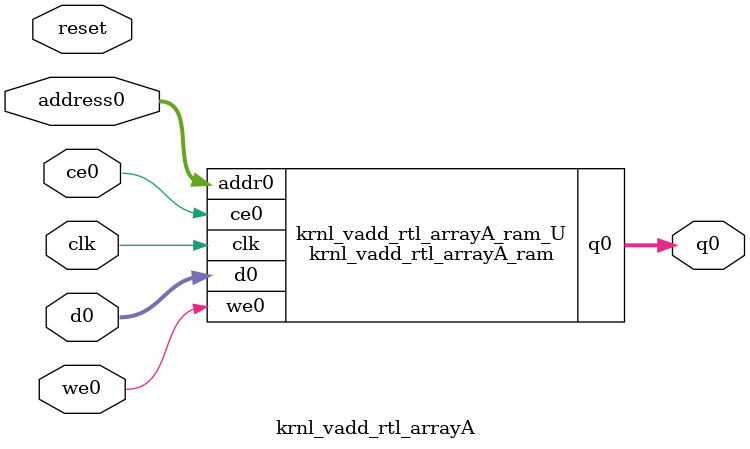
<source format=v>

`timescale 1 ns / 1 ps
module krnl_vadd_rtl_arrayA_ram (addr0, ce0, d0, we0, q0,  clk);

parameter DWIDTH = 32;
parameter AWIDTH = 8;
parameter MEM_SIZE = 256;

input[AWIDTH-1:0] addr0;
input ce0;
input[DWIDTH-1:0] d0;
input we0;
output reg[DWIDTH-1:0] q0;
input clk;

(* ram_style = "block" *)reg [DWIDTH-1:0] ram[0:MEM_SIZE-1];




always @(posedge clk)  
begin 
    if (ce0) 
    begin
        if (we0) 
        begin 
            ram[addr0] <= d0; 
            q0 <= d0;
        end 
        else 
            q0 <= ram[addr0];
    end
end


endmodule


`timescale 1 ns / 1 ps
module krnl_vadd_rtl_arrayA(
    reset,
    clk,
    address0,
    ce0,
    we0,
    d0,
    q0);

parameter DataWidth = 32'd32;
parameter AddressRange = 32'd256;
parameter AddressWidth = 32'd8;
input reset;
input clk;
input[AddressWidth - 1:0] address0;
input ce0;
input we0;
input[DataWidth - 1:0] d0;
output[DataWidth - 1:0] q0;



krnl_vadd_rtl_arrayA_ram krnl_vadd_rtl_arrayA_ram_U(
    .clk( clk ),
    .addr0( address0 ),
    .ce0( ce0 ),
    .d0( d0 ),
    .we0( we0 ),
    .q0( q0 ));

endmodule


</source>
